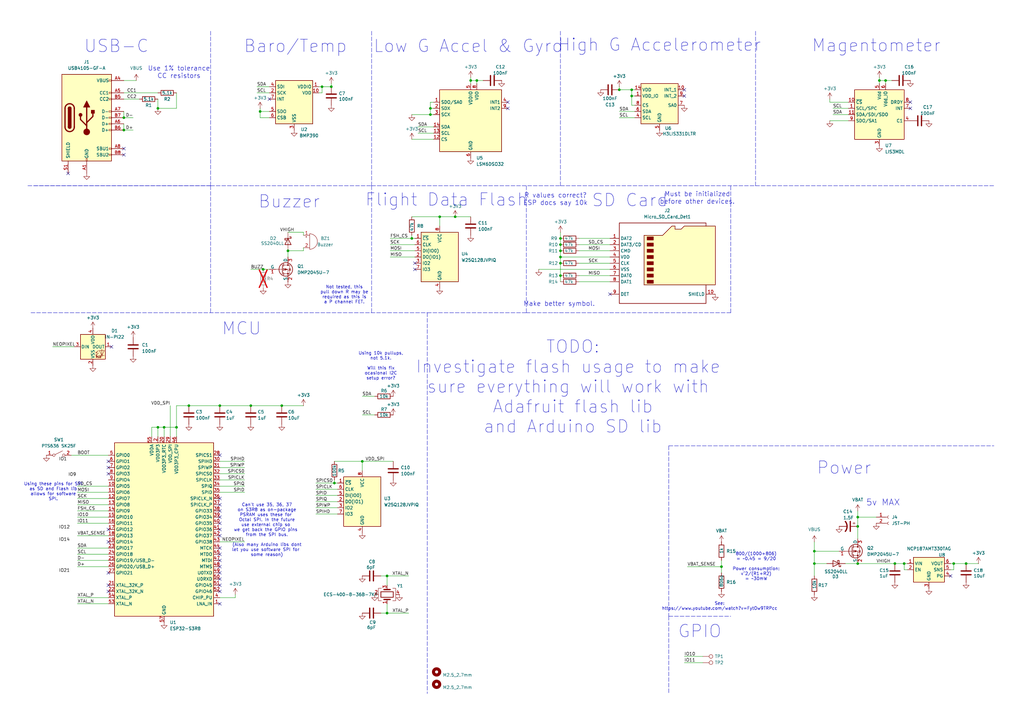
<source format=kicad_sch>
(kicad_sch (version 20231120) (generator "eeschema") (generator_version "8.0")
  (paper "A3")
  (title_block (title "Aerochungus Flight Recorder") (date "2024-10-29") (rev "R1") (company "Chungus Aerospace"))
  (junction (at 254 36.83))
  (junction (at 186.69 88.9))
  (junction (at 106.68 45.72))
  (junction (at 229.87 97.79))
  (junction (at 351.79 212.09))
  (junction (at 64.77 175.26))
  (junction (at 176.53 44.45))
  (junction (at 135.89 35.56))
  (junction (at 295.91 232.41))
  (junction (at 102.87 166.37))
  (junction (at 334.01 231.14))
  (junction (at 229.87 113.03))
  (junction (at 396.24 231.14))
  (junction (at 360.68 33.02))
  (junction (at 107.95 110.49))
  (junction (at 90.17 166.37))
  (junction (at 158.75 251.46))
  (junction (at 72.39 175.26))
  (junction (at 229.87 102.87))
  (junction (at 334.01 226.06))
  (junction (at 259.08 39.37))
  (junction (at 391.16 231.14))
  (junction (at 259.08 36.83))
  (junction (at 229.87 107.95))
  (junction (at 148.59 189.23))
  (junction (at 351.79 231.14))
  (junction (at 363.22 33.02))
  (junction (at 229.87 100.33))
  (junction (at 195.58 33.02))
  (junction (at 64.77 44.45))
  (junction (at 367.03 231.14))
  (junction (at 132.08 35.56))
  (junction (at 67.31 175.26))
  (junction (at 176.53 46.99))
  (junction (at 158.75 236.22))
  (junction (at 50.8 48.26))
  (junction (at 50.8 53.34))
  (junction (at 115.57 166.37))
  (junction (at 137.16 198.12))
  (junction (at 168.91 97.79))
  (junction (at 229.87 105.41))
  (junction (at 351.79 215.9))
  (junction (at 180.34 88.9))
  (junction (at 118.11 102.87))
  (junction (at 193.04 33.02))
  (junction (at 77.47 166.37))
  (junction (at 370.84 231.14))
  (no_connect (at 44.45 242.57))
  (no_connect (at 373.38 44.45))
  (no_connect (at 44.45 191.77))
  (no_connect (at 44.45 194.31))
  (no_connect (at 90.17 224.79))
  (no_connect (at 280.67 39.37))
  (no_connect (at 50.8 60.96))
  (no_connect (at 373.38 41.91))
  (no_connect (at 90.17 207.01))
  (no_connect (at 27.94 71.12))
  (no_connect (at 208.28 44.45))
  (no_connect (at 90.17 237.49))
  (no_connect (at 90.17 217.17))
  (no_connect (at 90.17 227.33))
  (no_connect (at 90.17 212.09))
  (no_connect (at 44.45 234.95))
  (no_connect (at 50.8 63.5))
  (no_connect (at 44.45 189.23))
  (no_connect (at 90.17 209.55))
  (no_connect (at 170.18 110.49))
  (no_connect (at 90.17 229.87))
  (no_connect (at 90.17 240.03))
  (no_connect (at 90.17 214.63))
  (no_connect (at 250.19 120.65))
  (no_connect (at 90.17 234.95))
  (no_connect (at 90.17 186.69))
  (no_connect (at 389.89 236.22))
  (no_connect (at 90.17 204.47))
  (no_connect (at 44.45 222.25))
  (no_connect (at 110.49 40.64))
  (no_connect (at 44.45 240.03))
  (no_connect (at 90.17 242.57))
  (no_connect (at 45.72 142.24))
  (no_connect (at 170.18 107.95))
  (no_connect (at 44.45 217.17))
  (no_connect (at 90.17 219.71))
  (no_connect (at 280.67 36.83))
  (no_connect (at 90.17 247.65))
  (no_connect (at 208.28 41.91))
  (no_connect (at 90.17 232.41))
  (wire (pts (xy 31.75 212.09) (xy 44.45 212.09)))
  (wire (pts (xy 90.17 245.11) (xy 96.52 245.11)))
  (wire (pts (xy 229.87 105.41) (xy 229.87 107.95)))
  (polyline (pts (xy 12.7 128.27) (xy 175.26 128.27)) (stroke (width 0) (type dash)))
  (wire (pts (xy 148.59 170.18) (xy 153.67 170.18)))
  (wire (pts (xy 50.8 50.8) (xy 50.8 53.34)))
  (wire (pts (xy 260.35 36.83) (xy 259.08 36.83)))
  (wire (pts (xy 31.75 247.65) (xy 44.45 247.65)))
  (wire (pts (xy 148.59 189.23) (xy 148.59 193.04)))
  (wire (pts (xy 176.53 46.99) (xy 177.8 46.99)))
  (wire (pts (xy 237.49 102.87) (xy 250.19 102.87)))
  (wire (pts (xy 72.39 166.37) (xy 77.47 166.37)))
  (wire (pts (xy 370.84 231.14) (xy 372.11 231.14)))
  (wire (pts (xy 340.36 41.91) (xy 347.98 41.91)))
  (wire (pts (xy 106.68 44.45) (xy 106.68 45.72)))
  (wire (pts (xy 176.53 44.45) (xy 176.53 46.99)))
  (wire (pts (xy 124.46 95.25) (xy 124.46 96.52)))
  (wire (pts (xy 254 48.26) (xy 260.35 48.26)))
  (wire (pts (xy 372.11 233.68) (xy 370.84 233.68)))
  (wire (pts (xy 135.89 34.29) (xy 135.89 35.56)))
  (wire (pts (xy 260.35 39.37) (xy 259.08 39.37)))
  (wire (pts (xy 391.16 233.68) (xy 391.16 231.14)))
  (wire (pts (xy 156.21 236.22) (xy 158.75 236.22)))
  (polyline (pts (xy 309.88 76.2) (xy 309.88 12.7)) (stroke (width 0) (type dash)))
  (wire (pts (xy 389.89 231.14) (xy 391.16 231.14)))
  (wire (pts (xy 72.39 175.26) (xy 67.31 175.26)))
  (wire (pts (xy 31.75 209.55) (xy 44.45 209.55)))
  (wire (pts (xy 130.81 35.56) (xy 132.08 35.56)))
  (wire (pts (xy 193.04 31.75) (xy 193.04 33.02)))
  (wire (pts (xy 132.08 38.1) (xy 132.08 35.56)))
  (wire (pts (xy 31.75 199.39) (xy 44.45 199.39)))
  (wire (pts (xy 50.8 33.02) (xy 55.88 33.02)))
  (wire (pts (xy 229.87 113.03) (xy 229.87 115.57)))
  (wire (pts (xy 50.8 45.72) (xy 50.8 48.26)))
  (wire (pts (xy 367.03 231.14) (xy 370.84 231.14)))
  (wire (pts (xy 106.68 48.26) (xy 106.68 45.72)))
  (wire (pts (xy 351.79 231.14) (xy 367.03 231.14)))
  (wire (pts (xy 351.79 212.09) (xy 359.41 212.09)))
  (polyline (pts (xy 86.36 76.2) (xy 86.36 12.7)) (stroke (width 0) (type dash)))
  (wire (pts (xy 193.04 33.02) (xy 195.58 33.02)))
  (wire (pts (xy 129.54 208.28) (xy 138.43 208.28)))
  (wire (pts (xy 158.75 251.46) (xy 167.64 251.46)))
  (polyline (pts (xy 11.43 76.2) (xy 86.36 76.2)) (stroke (width 0) (type dash)))
  (wire (pts (xy 229.87 107.95) (xy 229.87 113.03)))
  (wire (pts (xy 340.36 40.64) (xy 340.36 41.91)))
  (wire (pts (xy 90.17 222.25) (xy 100.33 222.25)))
  (wire (pts (xy 334.01 222.25) (xy 334.01 226.06)))
  (wire (pts (xy 281.94 232.41) (xy 295.91 232.41)))
  (wire (pts (xy 389.89 233.68) (xy 391.16 233.68)))
  (wire (pts (xy 180.34 88.9) (xy 186.69 88.9)))
  (wire (pts (xy 186.69 88.9) (xy 193.04 88.9)))
  (wire (pts (xy 72.39 166.37) (xy 72.39 175.26)))
  (wire (pts (xy 90.17 199.39) (xy 100.33 199.39)))
  (wire (pts (xy 176.53 41.91) (xy 176.53 44.45)))
  (wire (pts (xy 237.49 113.03) (xy 250.19 113.03)))
  (wire (pts (xy 124.46 102.87) (xy 124.46 101.6)))
  (polyline (pts (xy 215.9 76.2) (xy 215.9 128.27)) (stroke (width 0) (type dash)))
  (polyline (pts (xy 86.36 76.2) (xy 152.4 76.2)) (stroke (width 0) (type dash)))
  (wire (pts (xy 280.67 271.78) (xy 288.29 271.78)))
  (wire (pts (xy 160.02 97.79) (xy 168.91 97.79)))
  (polyline (pts (xy 274.32 252.73) (xy 274.32 284.48)) (stroke (width 0) (type dash)))
  (wire (pts (xy 21.59 142.24) (xy 30.48 142.24)))
  (polyline (pts (xy 229.87 76.2) (xy 229.87 12.7)) (stroke (width 0) (type dash)))
  (wire (pts (xy 259.08 39.37) (xy 259.08 36.83)))
  (wire (pts (xy 229.87 95.25) (xy 229.87 97.79)))
  (wire (pts (xy 346.71 231.14) (xy 351.79 231.14)))
  (wire (pts (xy 31.75 207.01) (xy 44.45 207.01)))
  (wire (pts (xy 67.31 179.07) (xy 67.31 175.26)))
  (wire (pts (xy 295.91 229.87) (xy 295.91 232.41)))
  (polyline (pts (xy 274.32 182.88) (xy 274.32 252.73)) (stroke (width 0) (type dash)))
  (wire (pts (xy 254 35.56) (xy 254 36.83)))
  (wire (pts (xy 160.02 100.33) (xy 170.18 100.33)))
  (polyline (pts (xy 229.87 76.2) (xy 309.88 76.2)) (stroke (width 0) (type dash)))
  (wire (pts (xy 171.45 52.07) (xy 177.8 52.07)))
  (wire (pts (xy 105.41 38.1) (xy 110.49 38.1)))
  (wire (pts (xy 50.8 40.64) (xy 57.15 40.64)))
  (wire (pts (xy 115.57 166.37) (xy 124.46 166.37)))
  (wire (pts (xy 107.95 110.49) (xy 110.49 110.49)))
  (wire (pts (xy 195.58 33.02) (xy 195.58 34.29)))
  (wire (pts (xy 158.75 236.22) (xy 167.64 236.22)))
  (wire (pts (xy 334.01 226.06) (xy 334.01 231.14)))
  (wire (pts (xy 168.91 57.15) (xy 177.8 57.15)))
  (polyline (pts (xy 175.26 128.27) (xy 175.26 284.48)) (stroke (width 0) (type dash)))
  (wire (pts (xy 31.75 245.11) (xy 44.45 245.11)))
  (wire (pts (xy 72.39 179.07) (xy 72.39 175.26)))
  (polyline (pts (xy 299.72 128.27) (xy 215.9 128.27)) (stroke (width 0) (type dash)))
  (wire (pts (xy 106.68 45.72) (xy 110.49 45.72)))
  (wire (pts (xy 64.77 40.64) (xy 64.77 44.45)))
  (wire (pts (xy 171.45 54.61) (xy 177.8 54.61)))
  (wire (pts (xy 129.54 210.82) (xy 138.43 210.82)))
  (wire (pts (xy 137.16 189.23) (xy 148.59 189.23)))
  (polyline (pts (xy 299.72 128.27) (xy 299.72 76.2)) (stroke (width 0) (type dash)))
  (wire (pts (xy 129.54 200.66) (xy 138.43 200.66)))
  (wire (pts (xy 148.59 189.23) (xy 161.29 189.23)))
  (polyline (pts (xy 152.4 76.2) (xy 152.4 12.7)) (stroke (width 0) (type dash)))
  (wire (pts (xy 110.49 48.26) (xy 106.68 48.26)))
  (wire (pts (xy 229.87 100.33) (xy 229.87 102.87)))
  (wire (pts (xy 237.49 100.33) (xy 250.19 100.33)))
  (wire (pts (xy 118.11 102.87) (xy 118.11 105.41)))
  (wire (pts (xy 360.68 33.02) (xy 363.22 33.02)))
  (wire (pts (xy 351.79 209.55) (xy 351.79 212.09)))
  (wire (pts (xy 360.68 33.02) (xy 360.68 34.29)))
  (polyline (pts (xy 152.4 76.2) (xy 152.4 128.27)) (stroke (width 0) (type dash)))
  (wire (pts (xy 168.91 96.52) (xy 168.91 97.79)))
  (wire (pts (xy 259.08 36.83) (xy 254 36.83)))
  (wire (pts (xy 168.91 88.9) (xy 180.34 88.9)))
  (wire (pts (xy 280.67 269.24) (xy 288.29 269.24)))
  (wire (pts (xy 90.17 196.85) (xy 100.33 196.85)))
  (polyline (pts (xy 152.4 76.2) (xy 229.87 76.2)) (stroke (width 0) (type dash)))
  (wire (pts (xy 137.16 196.85) (xy 137.16 198.12)))
  (wire (pts (xy 180.34 92.71) (xy 180.34 88.9)))
  (wire (pts (xy 156.21 251.46) (xy 158.75 251.46)))
  (wire (pts (xy 259.08 43.18) (xy 259.08 39.37)))
  (wire (pts (xy 176.53 46.99) (xy 168.91 46.99)))
  (wire (pts (xy 118.11 95.25) (xy 124.46 95.25)))
  (polyline (pts (xy 13.97 76.2) (xy 86.36 76.2)) (stroke (width 0) (type dash)))
  (wire (pts (xy 31.75 219.71) (xy 44.45 219.71)))
  (wire (pts (xy 254 45.72) (xy 260.35 45.72)))
  (wire (pts (xy 334.01 226.06) (xy 344.17 226.06)))
  (wire (pts (xy 31.75 204.47) (xy 44.45 204.47)))
  (wire (pts (xy 237.49 107.95) (xy 250.19 107.95)))
  (wire (pts (xy 102.87 110.49) (xy 107.95 110.49)))
  (wire (pts (xy 220.98 110.49) (xy 250.19 110.49)))
  (wire (pts (xy 31.75 229.87) (xy 44.45 229.87)))
  (wire (pts (xy 62.23 175.26) (xy 64.77 175.26)))
  (wire (pts (xy 158.75 247.65) (xy 158.75 251.46)))
  (wire (pts (xy 29.21 186.69) (xy 44.45 186.69)))
  (wire (pts (xy 90.17 189.23) (xy 100.33 189.23)))
  (wire (pts (xy 31.75 224.79) (xy 44.45 224.79)))
  (wire (pts (xy 31.75 201.93) (xy 44.45 201.93)))
  (wire (pts (xy 195.58 33.02) (xy 198.12 33.02)))
  (wire (pts (xy 124.46 102.87) (xy 118.11 102.87)))
  (wire (pts (xy 260.35 43.18) (xy 259.08 43.18)))
  (wire (pts (xy 90.17 191.77) (xy 100.33 191.77)))
  (wire (pts (xy 96.52 245.11) (xy 96.52 243.84)))
  (wire (pts (xy 340.36 49.53) (xy 347.98 49.53)))
  (wire (pts (xy 90.17 201.93) (xy 100.33 201.93)))
  (wire (pts (xy 69.85 166.37) (xy 69.85 179.07)))
  (polyline (pts (xy 86.36 76.2) (xy 86.36 128.27)) (stroke (width 0) (type dash)))
  (wire (pts (xy 250.19 97.79) (xy 237.49 97.79)))
  (wire (pts (xy 351.79 215.9) (xy 351.79 220.98)))
  (wire (pts (xy 129.54 203.2) (xy 138.43 203.2)))
  (wire (pts (xy 237.49 115.57) (xy 250.19 115.57)))
  (wire (pts (xy 132.08 35.56) (xy 135.89 35.56)))
  (wire (pts (xy 64.77 44.45) (xy 72.39 44.45)))
  (wire (pts (xy 363.22 33.02) (xy 365.76 33.02)))
  (wire (pts (xy 129.54 198.12) (xy 137.16 198.12)))
  (wire (pts (xy 31.75 232.41) (xy 44.45 232.41)))
  (wire (pts (xy 229.87 97.79) (xy 229.87 100.33)))
  (wire (pts (xy 31.75 227.33) (xy 44.45 227.33)))
  (wire (pts (xy 64.77 175.26) (xy 64.77 179.07)))
  (wire (pts (xy 67.31 175.26) (xy 64.77 175.26)))
  (polyline (pts (xy 309.88 76.2) (xy 407.67 76.2)) (stroke (width 0) (type dash)))
  (wire (pts (xy 90.17 166.37) (xy 102.87 166.37)))
  (polyline (pts (xy 175.26 128.27) (xy 215.9 128.27)) (stroke (width 0) (type dash)))
  (wire (pts (xy 229.87 105.41) (xy 250.19 105.41)))
  (wire (pts (xy 129.54 205.74) (xy 138.43 205.74)))
  (wire (pts (xy 105.41 35.56) (xy 110.49 35.56)))
  (wire (pts (xy 370.84 233.68) (xy 370.84 231.14)))
  (wire (pts (xy 396.24 231.14) (xy 401.32 231.14)))
  (wire (pts (xy 160.02 102.87) (xy 170.18 102.87)))
  (wire (pts (xy 229.87 102.87) (xy 229.87 105.41)))
  (wire (pts (xy 168.91 97.79) (xy 170.18 97.79)))
  (wire (pts (xy 176.53 44.45) (xy 177.8 44.45)))
  (wire (pts (xy 363.22 33.02) (xy 363.22 34.29)))
  (wire (pts (xy 295.91 232.41) (xy 295.91 234.95)))
  (wire (pts (xy 130.81 38.1) (xy 132.08 38.1)))
  (wire (pts (xy 341.63 44.45) (xy 347.98 44.45)))
  (wire (pts (xy 50.8 48.26) (xy 54.61 48.26)))
  (wire (pts (xy 137.16 198.12) (xy 138.43 198.12)))
  (wire (pts (xy 176.53 41.91) (xy 177.8 41.91)))
  (wire (pts (xy 160.02 105.41) (xy 170.18 105.41)))
  (wire (pts (xy 341.63 46.99) (xy 347.98 46.99)))
  (polyline (pts (xy 274.32 182.88) (xy 407.67 182.88)) (stroke (width 0) (type dash)))
  (wire (pts (xy 360.68 31.75) (xy 360.68 33.02)))
  (wire (pts (xy 90.17 194.31) (xy 100.33 194.31)))
  (wire (pts (xy 102.87 166.37) (xy 115.57 166.37)))
  (wire (pts (xy 193.04 33.02) (xy 193.04 34.29)))
  (wire (pts (xy 334.01 231.14) (xy 339.09 231.14)))
  (wire (pts (xy 31.75 214.63) (xy 44.45 214.63)))
  (wire (pts (xy 148.59 162.56) (xy 153.67 162.56)))
  (wire (pts (xy 77.47 166.37) (xy 90.17 166.37)))
  (wire (pts (xy 351.79 212.09) (xy 351.79 215.9)))
  (wire (pts (xy 334.01 231.14) (xy 334.01 236.22)))
  (wire (pts (xy 158.75 236.22) (xy 158.75 240.03)))
  (wire (pts (xy 50.8 53.34) (xy 54.61 53.34)))
  (wire (pts (xy 72.39 38.1) (xy 72.39 44.45)))
  (polyline (pts (xy 274.32 252.73) (xy 299.72 252.73)) (stroke (width 0) (type dash)))
  (wire (pts (xy 50.8 38.1) (xy 64.77 38.1)))
  (wire (pts (xy 62.23 179.07) (xy 62.23 175.26)))
  (wire (pts (xy 391.16 231.14) (xy 396.24 231.14)))
  (text "GPIO" (at 287.02 259.08 0) (effects (font (size 5.08 5.08))))
  (text "Baro/Temp" (at 121.158 19.05 0) (effects (font (size 5.08 5.08))))
  (text "TODO:\nInvestigate flash usage to make \nsure everything will work with \nAdafruit flash lib\nand Arduino SD lib\n" (at 234.95 158.75 0) (effects (font (size 5.08 5.08))))
  (text "Low G Accel & Gyro" (at 192.024 19.05 0) (effects (font (size 5.08 5.08))))
  (text "Use 1% tolerance\nCC resistors" (at 73.406 29.718 0) (effects (font (size 1.905 1.905))))
  (text "800/(1000+806)\n= ~0.45 = 9/20\n\nPower consumption:\nv^2/(R1+R2)\n= ~30mW" (at 310.134 232.41 0) (effects (font (size 1.27 1.27))))
  (text "Flight Data Flash" (at 183.134 82.042 0) (effects (font (size 5.08 5.08))))
  (text "SD Card" (at 258.318 82.296 0) (effects (font (size 5.08 5.08))))
  (text "5v MAX" (at 362.204 206.248 0) (effects (font (size 2.54 2.54))))
  (text "Not tested, this\npull down R may be\nrequired as this is\na P channel FET." (at 141.224 120.904 0) (effects (font (size 1.27 1.27))))
  (text "MCU" (at 99.06 134.874 0) (effects (font (size 5.08 5.08))))
  (text "Power\n" (at 346.202 192.024 0) (effects (font (size 5.08 5.08))))
  (text "Using these pins for SPI\nas SD and Flash lib\nallows for software\nSPI." (at 21.844 201.676 0) (effects (font (size 1.27 1.27))))
  (text "USB-C\n" (at 47.752 19.05 0) (effects (font (size 5.08 5.08))))
  (text "R values correct?\nESP docs say 10k" (at 227.838 81.788 0) (effects (font (size 1.905 1.905))))
  (text "See:\nhttps://www.youtube.com/watch?v=FytOw9TRPcc" (at 295.148 248.666 0) (effects (font (size 1.27 1.27))))
  (text "Make better symbol." (at 229.362 124.714 0) (effects (font (size 1.905 1.905))))
  (text "Must be initialized\nbefore other devices." (at 286.004 81.28 0) (effects (font (size 1.905 1.905))))
  (text "High G Accelerometer\n" (at 270.51 18.542 0) (effects (font (size 5.08 5.08))))
  (text "Using 10k pullups,\nnot 5.1k.\n\nWill this fix\nocasional I2C\nsetup error?" (at 156.21 150.114 0) (effects (font (size 1.27 1.27))))
  (text "Magentometer" (at 359.41 18.796 0) (effects (font (size 5.08 5.08))))
  (text "Can't use 35, 36, 37\non S3R8 as on-package\nPSRAM uses these for \nOctal SPI. In the future\nuse external chip so \nwe get back the GPIO pins \nfrom the SPI bus.\n\n(Also many Arduino libs dont\nlet you use software SPI for \nsome reason)" (at 109.474 217.424 0) (effects (font (size 1.27 1.27))))
  (text "Buzzer\n" (at 118.618 82.804 0) (effects (font (size 5.08 5.08))))
  (label "SPIWP" (at 129.54 208.28 0))
  (label "IO14" (at 24.13 222.25 0))
  (label "SCK" (at 160.02 100.33 0))
  (label "IO10" (at 280.67 269.24 0))
  (label "IO1" (at 24.13 189.23 0))
  (label "SD_CS" (at 241.3 100.33 0))
  (label "D+" (at 54.61 53.34 180))
  (label "SDA" (at 254 45.72 0))
  (label "VHIGH" (at 359.41 231.14 0))
  (label "FSH_CS" (at 160.02 97.79 0))
  (label "SPID" (at 129.54 203.2 0))
  (label "SCL" (at 254 48.26 0))
  (label "SPID" (at 100.33 201.93 180))
  (label "SDA" (at 341.63 46.99 0))
  (label "D+" (at 31.75 232.41 0))
  (label "VDD_SPI" (at 69.85 166.37 180))
  (label "XTAL_N" (at 31.75 247.65 0))
  (label "IO12" (at 24.13 217.17 0))
  (label "IO21" (at 24.13 234.95 0))
  (label "NEOPIXEL" (at 21.59 142.24 0))
  (label "SPIQ" (at 100.33 199.39 180))
  (label "SDA" (at 31.75 224.79 0))
  (label "VBAT_SENSE" (at 31.75 219.71 0))
  (label "SDA" (at 105.41 35.56 0))
  (label "XTAL_P" (at 31.75 245.11 0))
  (label "SPICLK" (at 129.54 200.66 0))
  (label "SPICLK" (at 100.33 196.85 180))
  (label "MISO" (at 160.02 105.41 0))
  (label "XTAL_P" (at 167.64 251.46 180))
  (label "IO10" (at 31.75 212.09 0))
  (label "SDA" (at 171.45 52.07 0))
  (label "IO9" (at 27.94 195.58 0))
  (label "MISO" (at 31.75 207.01 0))
  (label "SPIWP" (at 100.33 191.77 180))
  (label "SCL" (at 171.45 54.61 0))
  (label "VBAT_SENSE" (at 281.94 232.41 0))
  (label "MOSI" (at 31.75 201.93 0))
  (label "NEOPIXEL" (at 100.33 222.25 180))
  (label "VHIGH" (at 120.65 95.25 180))
  (label "SPIHD" (at 100.33 189.23 180))
  (label "IO11" (at 280.67 271.78 0))
  (label "SCL" (at 105.41 38.1 0))
  (label "SCL" (at 31.75 227.33 0))
  (label "SCK" (at 31.75 204.47 0))
  (label "MOSI" (at 241.3 102.87 0))
  (label "SPIHD" (at 129.54 210.82 0))
  (label "SCL" (at 341.63 44.45 0))
  (label "D-" (at 54.61 48.26 180))
  (label "SPIQ" (at 129.54 205.74 0))
  (label "MOSI" (at 160.02 102.87 0))
  (label "D-" (at 31.75 229.87 0))
  (label "BUZZ" (at 102.87 110.49 0))
  (label "CC2" (at 52.07 40.64 0))
  (label "IO11" (at 31.75 214.63 0))
  (label "CC1" (at 52.07 38.1 0))
  (label "MISO" (at 241.3 113.03 0))
  (label "SPICS0" (at 129.54 198.12 0))
  (label "SCL" (at 148.59 170.18 0))
  (label "SDA" (at 148.59 162.56 0))
  (label "SCK" (at 241.3 107.95 0))
  (label "FSH_CS" (at 31.75 209.55 0))
  (label "VDD_SPI" (at 149.86 189.23 0))
  (label "SPICS0" (at 100.33 194.31 180))
  (label "BOOT" (at 31.75 186.69 0))
  (label "SD_CS" (at 31.75 199.39 0))
  (label "XTAL_N" (at 167.64 236.22 180))
  (symbol (lib_id "power:+3V3") (at 401.32 231.14 0) (unit 1)
    (property "Reference" "#PWR065" (effects (hide yes)))
    (property "Value" "+3V3" (at 401.32 226.822 0))
    (property "Description" "Power symbol creates a global label with name \"+3V3\"" (effects (hide yes)))
  )
  (symbol (lib_id "power:GND") (at 148.59 236.22 0) (unit 1)
    (property "Reference" "#PWR025" (effects (hide yes)))
    (property "Value" "GND" (effects (hide yes)))
    (property "Description" "Power symbol creates a global label with name \"GND\" , ground" (effects (hide yes)))
  )
  (symbol (lib_id "Mechanical:MountingHole") (at 179.07 280.67 0) (unit 1) (in_bom no)
    (property "Reference" "H2" (effects (hide yes)))
    (property "Value" "M2.5_2.7mm" (at 181.61 281.94 0) (effects (justify left)))
    (property "Footprint" "besser_footprints:M2.5_2.7mm_hole" (effects (hide yes)))
    (property "Description" "Mounting Hole without connection" (effects (hide yes)))
  )
  (symbol (lib_id "power:GND") (at 19.05 186.69 0) (mirror y) (unit 1)
    (property "Reference" "#PWR01" (effects (hide yes)))
    (property "Value" "GND" (effects (hide yes)))
    (property "Description" "Power symbol creates a global label with name \"GND\" , ground" (effects (hide yes)))
  )
  (symbol (lib_id "power:GND") (at 120.65 53.34 0) (unit 1)
    (property "Reference" "#PWR020" (effects (hide yes)))
    (property "Value" "GND" (effects (hide yes)))
    (property "Description" "Power symbol creates a global label with name \"GND\" , ground" (effects (hide yes)))
  )
  (symbol (lib_id "power:GND") (at 359.41 214.63 0) (unit 1)
    (property "Reference" "#PWR057" (effects (hide yes)))
    (property "Value" "GND" (effects (hide yes)))
    (property "Description" "Power symbol creates a global label with name \"GND\" , ground" (effects (hide yes)))
  )
  (symbol (lib_id "besserLib:NCP187") (at 381 233.68 0) (unit 1)
    (property "Reference" "U8" (at 386.334 227.584 0))
    (property "Value" "NCP187AMT330TAG" (at 381 225.044 0))
    (property "Footprint" "besser_footprints:6-WDFN_2x2mm_EP" (effects (hide yes)))
    (property "Datasheet" "https://www.digikey.com/en/products/detail/onsemi/NCP187AMT330TAG/10273441" (effects (hide yes)))
    (property "Description" "LDO" (effects (hide yes)))
  )
  (symbol (lib_id "power:+3V3") (at 254 35.56 0) (unit 1)
    (property "Reference" "#PWR043" (effects (hide yes)))
    (property "Value" "+3V3" (at 254 31.242 0))
    (property "Description" "Power symbol creates a global label with name \"+3V3\"" (effects (hide yes)))
  )
  (symbol (lib_id "Connector:TestPoint") (at 288.29 269.24 270) (unit 1)
    (property "Reference" "TP1" (at 293.116 269.24 90) (effects (justify left)))
    (property "Value" "TestPoint" (effects (hide yes)))
    (property "Footprint" "TestPoint:TestPoint_Pad_D1.5mm" (effects (hide yes)))
    (property "Description" "test point" (effects (hide yes)))
  )
  (symbol (lib_id "power:GND") (at 64.77 44.45 0) (unit 1)
    (property "Reference" "#PWR010" (effects (hide yes)))
    (property "Value" "GND" (effects (hide yes)))
    (property "Description" "Power symbol creates a global label with name \"GND\" , ground" (effects (hide yes)))
  )
  (symbol (lib_id "Device:R") (at 233.68 100.33 90) (unit 1)
    (property "Reference" "R10" (at 228.854 100.33 90) (effects (justify left)))
    (property "Value" "47k" (at 235.204 100.33 90) (effects (justify left)))
    (property "Footprint" "Capacitor_SMD:C_0603_1608Metric" (effects (hide yes)))
    (property "Description" "Resistor" (effects (hide yes)))
  )
  (symbol (lib_id "Device:R") (at 233.68 102.87 90) (unit 1)
    (property "Reference" "R11" (at 228.854 102.87 90) (effects (justify left)))
    (property "Value" "47k" (at 235.204 102.87 90) (effects (justify left)))
    (property "Footprint" "Capacitor_SMD:C_0603_1608Metric" (effects (hide yes)))
    (property "Description" "Resistor" (effects (hide yes)))
  )
  (symbol (lib_id "power:+3V3") (at 193.04 31.75 0) (unit 1)
    (property "Reference" "#PWR036" (effects (hide yes)))
    (property "Value" "+3V3" (at 193.04 27.432 0))
    (property "Description" "Power symbol creates a global label with name \"+3V3\"" (effects (hide yes)))
  )
  (symbol (lib_id "Sensor_Magnetic:LIS3MDL") (at 360.68 46.99 0) (unit 1)
    (property "Reference" "U7" (at 363.0034 59.69 0) (effects (justify left)))
    (property "Value" "LIS3MDL" (at 363.0034 62.23 0) (effects (justify left)))
    (property "Footprint" "Package_LGA:LGA-12_2x2mm_P0.5mm" (effects (hide yes)))
    (property "Datasheet" "https://www.st.com/resource/en/datasheet/lis3mdl.pdf" (effects (hide yes)))
    (property "Description" "Ultra-low-power, 3-axis digital output magnetometer, LGA-12" (effects (hide yes)))
  )
  (symbol (lib_id "Device:R") (at 334.01 240.03 0) (unit 1)
    (property "Reference" "R17" (at 335.534 240.03 0) (effects (justify left)))
    (property "Value" "10k" (at 334.01 241.554 90) (effects (justify left)))
    (property "Footprint" "Capacitor_SMD:C_0603_1608Metric" (effects (hide yes)))
    (property "Description" "Resistor" (effects (hide yes)))
  )
  (symbol (lib_id "Connector:Micro_SD_Card_Det1") (at 273.05 107.95 0) (unit 1)
    (property "Reference" "J2" (at 273.685 86.36 0))
    (property "Value" "Micro_SD_Card_Det1" (at 273.685 88.9 0))
    (property "Footprint" "besser_footprints:GCT_MEM2061-01-188-00-A_REVA" (effects (hide yes)))
    (property "Datasheet" "https://www.digikey.com/en/products/detail/gct/MEM2061-01-188-00-A/9859612" (effects (hide yes)))
    (property "Description" "Micro SD Card Socket with one card detection pin" (effects (hide yes)))
  )
  (symbol (lib_id "Connector:Conn_01x02_Socket") (at 364.49 212.09 0) (unit 1)
    (property "Reference" "J4" (at 365.76 212.09 0) (effects (justify left)))
    (property "Value" "JST-PH" (at 365.76 214.63 0) (effects (justify left)))
    (property "Footprint" "Connector_JST:JST_PH_S2B-PH-SM4-TB_1x02-1MP_P2.00mm_Horizontal" (effects (hide yes)))
    (property "Description" "Generic connector, single row, 01x02, script generated" (effects (hide yes)))
  )
  (symbol (lib_id "Diode:NSR0340HT1G") (at 118.11 99.06 270) (unit 1)
    (property "Reference" "D2" (at 112.014 97.79 90))
    (property "Value" "SS2040LL" (at 111.76 99.822 90))
    (property "Footprint" "Diode_SMD:D_SOD-123" (effects (hide yes)))
    (property "Datasheet" "https://www.digikey.com/en/products/detail/panjit-international-inc/SS2040LL-R1-00001/14660534" (effects (hide yes)))
  )
  (symbol (lib_id "Device:C") (at 115.57 170.18 0) (unit 1)
    (property "Reference" "C6" (at 118.11 168.91 0) (effects (justify left)))
    (property "Value" "10uF" (at 118.11 171.45 0) (effects (justify left)))
    (property "Footprint" "Capacitor_SMD:C_0603_1608Metric" (effects (hide yes)))
    (property "Description" "Unpolarized capacitor" (effects (hide yes)))
  )
  (symbol (lib_id "power:+5V") (at 295.91 222.25 0) (unit 1)
    (property "Reference" "#PWR049" (effects (hide yes)))
    (property "Value" "VBAT" (at 295.91 217.678 0))
    (property "Description" "Power symbol creates a global label with name \"+5V\"" (effects (hide yes)))
  )
  (symbol (lib_id "Device:C") (at 102.87 170.18 0) (unit 1)
    (property "Reference" "C5" (at 105.664 168.91 0) (effects (justify left)))
    (property "Value" "1uF" (at 105.664 171.45 0) (effects (justify left)))
    (property "Footprint" "Capacitor_SMD:C_0603_1608Metric" (effects (hide yes)))
    (property "Description" "Unpolarized capacitor" (effects (hide yes)))
  )
  (symbol (lib_id "power:GND") (at 367.03 238.76 0) (unit 1)
    (property "Reference" "#PWR060" (effects (hide yes)))
    (property "Value" "GND" (effects (hide yes)))
    (property "Description" "Power symbol creates a global label with name \"GND\" , ground" (effects (hide yes)))
  )
  (symbol (lib_id "power:+3V3") (at 340.36 40.64 0) (unit 1)
    (property "Reference" "#PWR053" (effects (hide yes)))
    (property "Value" "+3V3" (at 340.36 36.322 0))
    (property "Description" "Power symbol creates a global label with name \"+3V3\"" (effects (hide yes)))
  )
  (symbol (lib_id "Device:Crystal_GND24") (at 158.75 243.84 90) (unit 1)
    (property "Reference" "Y1" (at 164.084 240.284 90))
    (property "Value" "ECS-400-8-36B-7KY" (at 143.764 243.84 90))
    (property "Footprint" "Crystal:Crystal_SMD_EuroQuartz_X22-4Pin_2.5x2.0mm" (effects (hide yes)))
    (property "Datasheet" "https://www.digikey.com/en/products/detail/ecs-inc/ECS-400-8-36B-7KY-TR/13532125" (effects (hide yes)))
    (property "Description" "Four pin crystal, GND on pins 2 and 4" (effects (hide yes)))
  )
  (symbol (lib_id "MCU_Espressif:ESP32-S3") (at 67.31 217.17 0) (unit 1)
    (property "Reference" "U1" (at 69.6334 255.27 0) (effects (justify left)))
    (property "Value" "ESP32-S3R8" (at 69.6334 257.81 0) (effects (justify left)))
    (property "Footprint" "Package_DFN_QFN:QFN-56-1EP_7x7mm_P0.4mm_EP4x4mm" (effects (hide yes)))
    (property "Datasheet" "https://www.digikey.com/en/products/detail/espressif-systems/ESP32-S3R8/15822451" (effects (hide yes)))
    (property "Description" "Microcontroller, Wi-Fi 802.11b/g/n, Bluetooth, 32bit" (effects (hide yes)))
  )
  (symbol (lib_id "power:GND") (at 270.51 53.34 0) (unit 1)
    (property "Reference" "#PWR045" (effects (hide yes)))
    (property "Value" "GND" (effects (hide yes)))
    (property "Description" "Power symbol creates a global label with name \"GND\" , ground" (effects (hide yes)))
  )
  (symbol (lib_id "Connector:TestPoint") (at 288.29 271.78 270) (unit 1)
    (property "Reference" "TP2" (at 293.116 271.78 90) (effects (justify left)))
    (property "Value" "TestPoint" (effects (hide yes)))
    (property "Footprint" "TestPoint:TestPoint_Pad_D1.5mm" (effects (hide yes)))
    (property "Description" "test point" (effects (hide yes)))
  )
  (symbol (lib_id "Device:R") (at 60.96 40.64 90) (unit 1)
    (property "Reference" "R1" (at 60.96 43.18 90))
    (property "Value" "5.1k" (at 60.96 40.64 90))
    (property "Footprint" "Capacitor_SMD:C_0603_1608Metric" (effects (hide yes)))
    (property "Description" "Resistor" (effects (hide yes)))
  )
  (symbol (lib_id "power:GND") (at 148.59 218.44 0) (unit 1)
    (property "Reference" "#PWR024" (effects (hide yes)))
    (property "Value" "GND" (effects (hide yes)))
    (property "Description" "Power symbol creates a global label with name \"GND\" , ground" (effects (hide yes)))
  )
  (symbol (lib_id "Device:C") (at 152.4 236.22 90) (unit 1)
    (property "Reference" "C8" (at 153.924 230.378 90) (effects (justify left)))
    (property "Value" "6pF" (at 153.924 232.664 90) (effects (justify left)))
    (property "Footprint" "Capacitor_SMD:C_0402_1005Metric" (effects (hide yes)))
    (property "Description" "Unpolarized capacitor" (effects (hide yes)))
  )
  (symbol (lib_id "power:GND") (at 396.24 238.76 0) (unit 1)
    (property "Reference" "#PWR064" (effects (hide yes)))
    (property "Value" "GND" (effects (hide yes)))
    (property "Description" "Power symbol creates a global label with name \"GND\" , ground" (effects (hide yes)))
  )
  (symbol (lib_id "Device:C") (at 152.4 251.46 270) (unit 1)
    (property "Reference" "C9" (at 154.178 255.27 90) (effects (justify right)))
    (property "Value" "6pF" (at 154.178 257.302 90) (effects (justify right)))
    (property "Footprint" "Capacitor_SMD:C_0402_1005Metric" (effects (hide yes)))
    (property "Description" "Unpolarized capacitor" (effects (hide yes)))
  )
  (symbol (lib_id "power:GND") (at 180.34 118.11 0) (unit 1)
    (property "Reference" "#PWR034" (effects (hide yes)))
    (property "Value" "GND" (effects (hide yes)))
    (property "Description" "Power symbol creates a global label with name \"GND\" , ground" (effects (hide yes)))
  )
  (symbol (lib_id "power:GND") (at 334.01 243.84 0) (unit 1)
    (property "Reference" "#PWR052" (effects (hide yes)))
    (property "Value" "GND" (effects (hide yes)))
    (property "Description" "Power symbol creates a global label with name \"GND\" , ground" (effects (hide yes)))
  )
  (symbol (lib_id "power:+3V3") (at 168.91 57.15 0) (unit 1)
    (property "Reference" "#PWR033" (effects (hide yes)))
    (property "Value" "+3V3" (at 168.91 52.832 0))
    (property "Description" "Power symbol creates a global label with name \"+3V3\"" (effects (hide yes)))
  )
  (symbol (lib_id "power:+5V") (at 334.01 222.25 0) (unit 1)
    (property "Reference" "#PWR051" (effects (hide yes)))
    (property "Value" "VBUS" (at 334.01 217.17 0))
    (property "Description" "Power symbol creates a global label with name \"+5V\"" (effects (hide yes)))
  )
  (symbol (lib_id "Device:R") (at 295.91 226.06 180) (unit 1)
    (property "Reference" "R15" (at 297.942 226.06 0) (effects (justify right)))
    (property "Value" "1k" (at 295.91 227.076 90) (effects (justify right)))
    (property "Footprint" "Capacitor_SMD:C_0603_1608Metric" (effects (hide yes)))
    (property "Description" "Resistor" (effects (hide yes)))
  )
  (symbol (lib_id "power:GND") (at 373.38 33.02 0) (unit 1)
    (property "Reference" "#PWR061" (effects (hide yes)))
    (property "Value" "GND" (effects (hide yes)))
    (property "Description" "Power symbol creates a global label with name \"GND\" , ground" (effects (hide yes)))
  )
  (symbol (lib_id "power:GND") (at 67.31 255.27 0) (unit 1)
    (property "Reference" "#PWR011" (effects (hide yes)))
    (property "Value" "GND" (effects (hide yes)))
    (property "Description" "Power symbol creates a global label with name \"GND\" , ground" (effects (hide yes)))
  )
  (symbol (lib_id "Device:C_Polarized_US") (at 347.98 215.9 270) (unit 1)
    (property "Reference" "C14" (at 347.726 209.804 90))
    (property "Value" "1.5F" (at 347.98 212.344 90))
    (property "Footprint" "besser_footprints:CP_Radial_D16.5mm_P12mm" (effects (hide yes)))
    (property "Description" "Polarized capacitor, US symbol" (effects (hide yes)))
  )
  (symbol (lib_id "Connector:USB_C_Receptacle_USB2.0_16P") (at 35.56 48.26 0) (unit 1)
    (property "Reference" "J1" (at 35.56 25.4 0))
    (property "Value" "USB4105-GF-A" (at 35.56 27.94 0))
    (property "Footprint" "Connector_USB:USB_C_Receptacle_GCT_USB4105-xx-A_16P_TopMnt_Horizontal" (effects (hide yes)))
    (property "Datasheet" "https://www.digikey.com/en/products/detail/gct/USB4105-GF-A/11198441" (effects (hide yes)))
    (property "Description" "USB 2.0-only 16P Type-C Receptacle connector" (effects (hide yes)))
  )
  (symbol (lib_id "Device:C") (at 201.93 33.02 90) (unit 1)
    (property "Reference" "C12" (at 205.232 27.432 90))
    (property "Value" "100nF" (at 205.232 29.972 90))
    (property "Footprint" "Capacitor_SMD:C_0603_1608Metric" (effects (hide yes)))
    (property "Description" "Unpolarized capacitor" (effects (hide yes)))
  )
  (symbol (lib_id "Device:Buzzer") (at 127 99.06 0) (unit 1)
    (property "Reference" "BZ1" (at 135.382 97.79 0) (effects (justify right)))
    (property "Value" "Buzzer" (at 136.652 100.33 0) (effects (justify right)))
    (property "Footprint" "besser_footprints:CMT-9504-87-SMT_BUZZER" (effects (hide yes)))
    (property "Description" "Buzzer, polarized" (effects (hide yes)))
  )
  (symbol (lib_id "power:+3V3") (at 360.68 31.75 0) (unit 1)
    (property "Reference" "#PWR058" (effects (hide yes)))
    (property "Value" "+3V3" (at 360.68 27.432 0))
    (property "Description" "Power symbol creates a global label with name \"+3V3\"" (effects (hide yes)))
  )
  (symbol (lib_id "Device:C") (at 193.04 92.71 0) (unit 1)
    (property "Reference" "C11" (at 196.088 91.44 0) (effects (justify left)))
    (property "Value" "100nF" (at 196.088 93.98 0) (effects (justify left)))
    (property "Footprint" "Capacitor_SMD:C_0603_1608Metric" (effects (hide yes)))
    (property "Description" "Unpolarized capacitor" (effects (hide yes)))
  )
  (symbol (lib_id "power:GND") (at 295.91 242.57 0) (unit 1)
    (property "Reference" "#PWR050" (effects (hide yes)))
    (property "Value" "GND" (effects (hide yes)))
    (property "Description" "Power symbol creates a global label with name \"GND\" , ground" (effects (hide yes)))
  )
  (symbol (lib_id "power:GND") (at 135.89 43.18 0) (unit 1)
    (property "Reference" "#PWR023" (effects (hide yes)))
    (property "Value" "GND" (effects (hide yes)))
    (property "Description" "Power symbol creates a global label with name \"GND\" , ground" (effects (hide yes)))
  )
  (symbol (lib_id "Diode:NSR0340HT1G") (at 342.9 231.14 180) (unit 1)
    (property "Reference" "D3" (at 342.646 236.474 0))
    (property "Value" "SS2040LL" (at 342.9 234.442 0))
    (property "Footprint" "Diode_SMD:D_SOD-123" (effects (hide yes)))
    (property "Datasheet" "https://www.digikey.com/en/products/detail/panjit-international-inc/SS2040LL-R1-00001/14660534" (effects (hide yes)))
  )
  (symbol (lib_id "Device:C") (at 54.61 142.24 0) (unit 1)
    (property "Reference" "C1" (at 58.166 141.478 0) (effects (justify left)))
    (property "Value" "100nF" (at 58.166 144.018 0) (effects (justify left)))
    (property "Footprint" "Capacitor_SMD:C_0603_1608Metric" (effects (hide yes)))
    (property "Description" "Unpolarized capacitor" (effects (hide yes)))
  )
  (symbol (lib_id "Simulation_SPICE:PMOS") (at 349.25 226.06 0) (unit 1)
    (property "Reference" "Q2" (at 355.6 224.79 0) (effects (justify left)))
    (property "Value" "DMP2045U-7" (at 355.6 227.33 0) (effects (justify left)))
    (property "Footprint" "Package_TO_SOT_SMD:SOT-23-3" (effects (hide yes)))
    (property "Datasheet" "https://www.digikey.com/en/products/detail/diodes-incorporated/DMP2045U-7/8275356" (effects (hide yes)))
    (property "Description" "P-MOSFET transistor, drain/source/gate" (effects (hide yes)))
    (property "Sim.Device" "PMOS" (effects (hide yes)))
    (property "Sim.Type" "VDMOS" (effects (hide yes)))
    (property "Sim.Pins" "1=G 2=S 3=D" (effects (hide yes)))
  )
  (symbol (lib_id "Simulation_SPICE:PMOS") (at 115.57 110.49 0) (unit 1)
    (property "Reference" "Q1" (at 121.92 109.22 0) (effects (justify left)))
    (property "Value" "DMP2045U-7" (at 121.92 111.76 0) (effects (justify left)))
    (property "Footprint" "Package_TO_SOT_SMD:SOT-23-3" (effects (hide yes)))
    (property "Datasheet" "https://www.digikey.com/en/products/detail/diodes-incorporated/DMP2045U-7/8275356" (effects (hide yes)))
    (property "Description" "P-MOSFET transistor, drain/source/gate" (effects (hide yes)))
    (property "Sim.Device" "PMOS" (effects (hide yes)))
    (property "Sim.Type" "VDMOS" (effects (hide yes)))
    (property "Sim.Pins" "1=G 2=S 3=D" (effects (hide yes)))
  )
  (symbol (lib_id "power:GND") (at 360.68 59.69 0) (unit 1)
    (property "Reference" "#PWR059" (effects (hide yes)))
    (property "Value" "GND" (effects (hide yes)))
    (property "Description" "Power symbol creates a global label with name \"GND\" , ground" (effects (hide yes)))
  )
  (symbol (lib_id "power:+3V3") (at 186.69 88.9 0) (unit 1)
    (property "Reference" "#PWR035" (effects (hide yes)))
    (property "Value" "+3V3" (at 186.69 84.582 0))
    (property "Description" "Power symbol creates a global label with name \"+3V3\"" (effects (hide yes)))
  )
  (symbol (lib_id "power:GND") (at 193.04 64.77 0) (unit 1)
    (property "Reference" "#PWR037" (effects (hide yes)))
    (property "Value" "GND" (effects (hide yes)))
    (property "Description" "Power symbol creates a global label with name \"GND\" , ground" (effects (hide yes)))
  )
  (symbol (lib_id "power:+3V3") (at 124.46 166.37 0) (unit 1)
    (property "Reference" "#PWR021" (effects (hide yes)))
    (property "Value" "+3V3" (at 124.46 162.052 0))
    (property "Description" "Power symbol creates a global label with name \"+3V3\"" (effects (hide yes)))
  )
  (symbol (lib_id "power:GND") (at 102.87 173.99 0) (unit 1)
    (property "Reference" "#PWR015" (effects (hide yes)))
    (property "Value" "GND" (effects (hide yes)))
    (property "Description" "Power symbol creates a global label with name \"GND\" , ground" (effects (hide yes)))
  )
  (symbol (lib_id "power:GND") (at 344.17 215.9 0) (unit 1)
    (property "Reference" "#PWR055" (effects (hide yes)))
    (property "Value" "GND" (effects (hide yes)))
    (property "Description" "Power symbol creates a global label with name \"GND\" , ground" (effects (hide yes)))
  )
  (symbol (lib_id "Device:C") (at 161.29 193.04 0) (unit 1)
    (property "Reference" "C10" (at 164.338 191.77 0) (effects (justify left)))
    (property "Value" "100nF" (at 164.338 194.31 0) (effects (justify left)))
    (property "Footprint" "Capacitor_SMD:C_0603_1608Metric" (effects (hide yes)))
    (property "Description" "Unpolarized capacitor" (effects (hide yes)))
  )
  (symbol (lib_id "besserLib:BMP390") (at 120.65 41.91 0) (unit 1)
    (property "Reference" "U2" (at 124.714 53.086 0))
    (property "Value" "BMP390" (at 126.746 55.626 0))
    (property "Footprint" "besser_footprints:10-WFLGA" (effects (hide yes)))
    (property "Datasheet" "https://www.digikey.com/en/products/detail/bosch-sensortec/BMP390/16164575" (effects (hide yes)))
  )
  (symbol (lib_id "power:GND") (at 193.04 96.52 0) (unit 1)
    (property "Reference" "#PWR038" (effects (hide yes)))
    (property "Value" "GND" (effects (hide yes)))
    (property "Description" "Power symbol creates a global label with name \"GND\" , ground" (effects (hide yes)))
  )
  (symbol (lib_id "power:GND") (at 153.67 243.84 0) (unit 1)
    (property "Reference" "#PWR027" (effects (hide yes)))
    (property "Value" "GND" (effects (hide yes)))
    (property "Description" "Power symbol creates a global label with name \"GND\" , ground" (effects (hide yes)))
  )
  (symbol (lib_id "power:GND") (at 90.17 173.99 0) (unit 1)
    (property "Reference" "#PWR014" (effects (hide yes)))
    (property "Value" "GND" (effects (hide yes)))
    (property "Description" "Power symbol creates a global label with name \"GND\" , ground" (effects (hide yes)))
  )
  (symbol (lib_id "Device:R") (at 233.68 107.95 90) (unit 1)
    (property "Reference" "R12" (at 228.854 107.95 90) (effects (justify left)))
    (property "Value" "47k" (at 235.204 107.95 90) (effects (justify left)))
    (property "Footprint" "Capacitor_SMD:C_0603_1608Metric" (effects (hide yes)))
    (property "Description" "Resistor" (effects (hide yes)))
  )
  (symbol (lib_id "Device:C") (at 367.03 234.95 180) (unit 1)
    (property "Reference" "C15" (at 360.68 233.934 0) (effects (justify right)))
    (property "Value" "1uF" (at 360.68 236.22 0) (effects (justify right)))
    (property "Footprint" "Capacitor_SMD:C_0603_1608Metric" (effects (hide yes)))
    (property "Description" "Unpolarized capacitor" (effects (hide yes)))
  )
  (symbol (lib_id "power:+5V") (at 351.79 209.55 0) (unit 1)
    (property "Reference" "#PWR056" (effects (hide yes)))
    (property "Value" "VBAT" (at 351.79 204.978 0))
    (property "Description" "Power symbol creates a global label with name \"+5V\"" (effects (hide yes)))
  )
  (symbol (lib_id "power:+3V3") (at 135.89 34.29 0) (unit 1)
    (property "Reference" "#PWR022" (effects (hide yes)))
    (property "Value" "+3V3" (at 135.89 29.972 0))
    (property "Description" "Power symbol creates a global label with name \"+3V3\"" (effects (hide yes)))
  )
  (symbol (lib_id "power:+3V3") (at 106.68 44.45 0) (unit 1)
    (property "Reference" "#PWR016" (effects (hide yes)))
    (property "Value" "+3V3" (at 106.68 40.132 0))
    (property "Description" "Power symbol creates a global label with name \"+3V3\"" (effects (hide yes)))
  )
  (symbol (lib_id "power:GND") (at 205.74 33.02 0) (unit 1)
    (property "Reference" "#PWR039" (effects (hide yes)))
    (property "Value" "GND" (effects (hide yes)))
    (property "Description" "Power symbol creates a global label with name \"GND\" , ground" (effects (hide yes)))
  )
  (symbol (lib_id "Device:R") (at 107.95 114.3 0) (mirror x) (unit 1) (dnp yes)
    (property "Reference" "R4" (at 110.744 114.3 0))
    (property "Value" "10K" (at 108.204 114.3 90))
    (property "Footprint" "Capacitor_SMD:C_0603_1608Metric" (effects (hide yes)))
    (property "Description" "Resistor" (effects (hide yes)))
  )
  (symbol (lib_id "power:GND") (at 381 49.53 0) (unit 1)
    (property "Reference" "#PWR062" (effects (hide yes)))
    (property "Value" "GND" (effects (hide yes)))
    (property "Description" "Power symbol creates a global label with name \"GND\" , ground" (effects (hide yes)))
  )
  (symbol (lib_id "Sensor_Motion:LSM6DSL") (at 193.04 49.53 0) (unit 1)
    (property "Reference" "U5" (at 195.3634 64.77 0) (effects (justify left)))
    (property "Value" "LSM6DSO32" (at 195.3634 67.31 0) (effects (justify left)))
    (property "Footprint" "Package_LGA:LGA-14_3x2.5mm_P0.5mm_LayoutBorder3x4y" (effects (hide yes)))
    (property "Datasheet" "https://www.st.com/resource/en/datasheet/lsm6dsl.pdf" (effects (hide yes)))
    (property "Description" "I2C/SPI, iNEMO inertial module: always-on 3D accelerometer and 3D gyroscope, 1.71V to 3.6V VCC" (effects (hide yes)))
  )
  (symbol (lib_id "besserLib:H3LIS331DL") (at 270.51 43.18 0) (unit 1)
    (property "Reference" "U6" (at 274.066 52.578 0))
    (property "Value" "H3LIS331DLTR" (at 278.638 54.864 0))
    (property "Footprint" "besser_footprints:TLGA-16L" (effects (hide yes)))
    (property "Datasheet" "https://www.st.com/content/ccc/resource/technical/document/datasheet/3e/48/02/c7/a4/e6/41/bb/DM00053090.pdf/files/DM00053090.pdf/jcr:content/translations/en.DM00053090.pdf" (effects (hide yes)))
    (property "Description" "High G Accelerometer" (effects (hide yes)))
  )
  (symbol (lib_id "Device:R") (at 168.91 92.71 180) (unit 1)
    (property "Reference" "R8" (at 173.736 92.71 0) (effects (justify left)))
    (property "Value" "47k" (at 168.91 91.186 90) (effects (justify left)))
    (property "Footprint" "Capacitor_SMD:C_0603_1608Metric" (effects (hide yes)))
    (property "Description" "Resistor" (effects (hide yes)))
  )
  (symbol (lib_id "power:GND") (at 381 241.3 0) (unit 1)
    (property "Reference" "#PWR063" (effects (hide yes)))
    (property "Value" "GND" (effects (hide yes)))
    (property "Description" "Power symbol creates a global label with name \"GND\" , ground" (effects (hide yes)))
  )
  (symbol (lib_id "Device:C") (at 369.57 33.02 90) (unit 1)
    (property "Reference" "C16" (at 372.872 27.432 90))
    (property "Value" "100nF" (at 372.872 29.972 90))
    (property "Footprint" "Capacitor_SMD:C_0603_1608Metric" (effects (hide yes)))
    (property "Description" "Unpolarized capacitor" (effects (hide yes)))
  )
  (symbol (lib_id "Memory_Flash:W25Q128JVS") (at 180.34 105.41 0) (unit 1)
    (property "Reference" "U4" (at 189.23 104.14 0) (effects (justify left)))
    (property "Value" "W25Q128JVPIQ" (at 189.23 106.68 0) (effects (justify left)))
    (property "Footprint" "Package_SON:WSON-8-1EP_6x5mm_P1.27mm_EP3.4x4.3mm" (effects (hide yes)))
    (property "Datasheet" "https://www.digikey.com/en/products/detail/winbond-electronics/W25Q128JVPIQ/6819668" (effects (hide yes)))
    (property "Description" "128Mb Serial Flash Memory, Standard/Dual/Quad SPI, SOIC-8" (effects (hide yes)))
  )
  (symbol (lib_id "Device:R") (at 157.48 162.56 90) (unit 1)
    (property "Reference" "R6" (at 157.48 160.274 90))
    (property "Value" "10k" (at 157.48 162.56 90))
    (property "Footprint" "Capacitor_SMD:C_0603_1608Metric" (effects (hide yes)))
    (property "Description" "Resistor" (effects (hide yes)))
  )
  (symbol (lib_id "Device:R") (at 68.58 38.1 90) (unit 1)
    (property "Reference" "R2" (at 68.58 40.64 90))
    (property "Value" "5.1k" (at 68.58 38.1 90))
    (property "Footprint" "Capacitor_SMD:C_0603_1608Metric" (effects (hide yes)))
    (property "Description" "Resistor" (effects (hide yes)))
  )
  (symbol (lib_id "power:GND") (at 340.36 49.53 0) (unit 1)
    (property "Reference" "#PWR054" (effects (hide yes)))
    (property "Value" "GND" (effects (hide yes)))
    (property "Description" "Power symbol creates a global label with name \"GND\" , ground" (effects (hide yes)))
  )
  (symbol (lib_id "Device:C") (at 377.19 49.53 90) (unit 1)
    (property "Reference" "C17" (at 380.492 43.942 90))
    (property "Value" "100nF" (at 380.492 46.482 90))
    (property "Footprint" "Capacitor_SMD:C_0603_1608Metric" (effects (hide yes)))
    (property "Description" "Unpolarized capacitor" (effects (hide yes)))
  )
  (symbol (lib_id "power:GND") (at 246.38 36.83 0) (unit 1)
    (property "Reference" "#PWR042" (effects (hide yes)))
    (property "Value" "GND" (effects (hide yes)))
    (property "Description" "Power symbol creates a global label with name \"GND\" , ground" (effects (hide yes)))
  )
  (symbol (lib_id "Device:C") (at 396.24 234.95 180) (unit 1)
    (property "Reference" "C18" (at 399.288 233.934 0) (effects (justify right)))
    (property "Value" "10uF" (at 399.288 236.22 0) (effects (justify right)))
    (property "Footprint" "Capacitor_SMD:C_0603_1608Metric" (effects (hide yes)))
    (property "Description" "Unpolarized capacitor" (effects (hide yes)))
  )
  (symbol (lib_id "power:+3V3") (at 38.1 134.62 0) (unit 1)
    (property "Reference" "#PWR03" (effects (hide yes)))
    (property "Value" "+3V3" (at 38.1 130.302 0))
    (property "Description" "Power symbol creates a global label with name \"+3V3\"" (effects (hide yes)))
  )
  (symbol (lib_id "power:GND") (at 77.47 173.99 0) (unit 1)
    (property "Reference" "#PWR013" (effects (hide yes)))
    (property "Value" "GND" (effects (hide yes)))
    (property "Description" "Power symbol creates a global label with name \"GND\" , ground" (effects (hide yes)))
  )
  (symbol (lib_id "power:GND") (at 35.56 71.12 0) (unit 1)
    (property "Reference" "#PWR02" (effects (hide yes)))
    (property "Value" "GND" (effects (hide yes)))
    (property "Description" "Power symbol creates a global label with name \"GND\" , ground" (effects (hide yes)))
  )
  (symbol (lib_id "power:+3V3") (at 96.52 243.84 0) (unit 1)
    (property "Reference" "#PWR05" (effects (hide yes)))
    (property "Value" "+3V3" (at 96.52 239.522 0))
    (property "Description" "Power symbol creates a global label with name \"+3V3\"" (effects (hide yes)))
  )
  (symbol (lib_id "power:GND") (at 220.98 110.49 0) (unit 1)
    (property "Reference" "#PWR040" (effects (hide yes)))
    (property "Value" "GND" (effects (hide yes)))
    (property "Description" "Power symbol creates a global label with name \"GND\" , ground" (effects (hide yes)))
  )
  (symbol (lib_id "Switch:SW_SPST") (at 24.13 186.69 0) (unit 1)
    (property "Reference" "SW1" (at 24.13 180.34 0))
    (property "Value" "PTS636 SK25F" (at 24.13 182.88 0))
    (property "Footprint" "Button_Switch_SMD:SW_Tactile_SPST_NO_Straight_CK_PTS636Sx25SMTRLFS" (effects (hide yes)))
    (property "Description" "Single Pole Single Throw (SPST) switch" (effects (hide yes)))
  )
  (symbol (lib_id "power:+5V") (at 55.88 33.02 0) (unit 1)
    (property "Reference" "#PWR08" (effects (hide yes)))
    (property "Value" "VBUS" (at 55.88 27.94 0))
    (property "Description" "Power symbol creates a global label with name \"+5V\"" (effects (hide yes)))
  )
  (symbol (lib_id "power:GND") (at 161.29 196.85 0) (unit 1)
    (property "Reference" "#PWR030" (effects (hide yes)))
    (property "Value" "GND" (effects (hide yes)))
    (property "Description" "Power symbol creates a global label with name \"GND\" , ground" (effects (hide yes)))
  )
  (symbol (lib_id "power:GND") (at 280.67 43.18 0) (unit 1)
    (property "Reference" "#PWR047" (effects (hide yes)))
    (property "Value" "GND" (effects (hide yes)))
    (property "Description" "Power symbol creates a global label with name \"GND\" , ground" (effects (hide yes)))
  )
  (symbol (lib_id "power:GND") (at 148.59 251.46 0) (unit 1)
    (property "Reference" "#PWR026" (effects (hide yes)))
    (property "Value" "GND" (effects (hide yes)))
    (property "Description" "Power symbol creates a global label with name \"GND\" , ground" (effects (hide yes)))
  )
  (symbol (lib_id "Device:C") (at 77.47 170.18 0) (unit 1)
    (property "Reference" "C3" (at 80.264 168.91 0) (effects (justify left)))
    (property "Value" "100nF" (at 80.264 171.45 0) (effects (justify left)))
    (property "Footprint" "Capacitor_SMD:C_0603_1608Metric" (effects (hide yes)))
    (property "Description" "Unpolarized capacitor" (effects (hide yes)))
  )
  (symbol (lib_id "power:GND") (at 38.1 149.86 0) (unit 1)
    (property "Reference" "#PWR04" (effects (hide yes)))
    (property "Value" "GND" (effects (hide yes)))
    (property "Description" "Power symbol creates a global label with name \"GND\" , ground" (effects (hide yes)))
  )
  (symbol (lib_id "Mechanical:MountingHole") (at 179.07 275.59 0) (unit 1) (in_bom no)
    (property "Reference" "H1" (effects (hide yes)))
    (property "Value" "M2.5_2.7mm" (at 181.61 276.86 0) (effects (justify left)))
    (property "Footprint" "besser_footprints:M2.5_2.7mm_hole" (effects (hide yes)))
    (property "Description" "Mounting Hole without connection" (effects (hide yes)))
  )
  (symbol (lib_id "power:GND") (at 293.37 120.65 0) (unit 1)
    (property "Reference" "#PWR048" (effects (hide yes)))
    (property "Value" "GND" (effects (hide yes)))
    (property "Description" "Power symbol creates a global label with name \"GND\" , ground" (effects (hide yes)))
  )
  (symbol (lib_id "power:+3V3") (at 229.87 95.25 0) (unit 1)
    (property "Reference" "#PWR041" (effects (hide yes)))
    (property "Value" "+3V3" (at 229.87 90.932 0))
    (property "Description" "Power symbol creates a global label with name \"+3V3\"" (effects (hide yes)))
  )
  (symbol (lib_id "Device:C") (at 90.17 170.18 0) (unit 1)
    (property "Reference" "C4" (at 92.71 168.91 0) (effects (justify left)))
    (property "Value" "1uF" (at 92.71 171.45 0) (effects (justify left)))
    (property "Footprint" "Capacitor_SMD:C_0603_1608Metric" (effects (hide yes)))
    (property "Description" "Unpolarized capacitor" (effects (hide yes)))
  )
  (symbol (lib_id "power:GND") (at 54.61 146.05 0) (unit 1)
    (property "Reference" "#PWR07" (effects (hide yes)))
    (property "Value" "GND" (effects (hide yes)))
    (property "Description" "Power symbol creates a global label with name \"GND\" , ground" (effects (hide yes)))
  )
  (symbol (lib_id "power:GND") (at 168.91 46.99 0) (unit 1)
    (property "Reference" "#PWR032" (effects (hide yes)))
    (property "Value" "GND" (effects (hide yes)))
    (property "Description" "Power symbol creates a global label with name \"GND\" , ground" (effects (hide yes)))
  )
  (symbol (lib_id "Device:R") (at 137.16 193.04 0) (mirror x) (unit 1)
    (property "Reference" "R5" (at 139.954 193.04 0))
    (property "Value" "100k" (at 137.16 193.04 90))
    (property "Footprint" "Capacitor_SMD:C_0603_1608Metric" (effects (hide yes)))
    (property "Description" "Resistor" (effects (hide yes)))
  )
  (symbol (lib_id "Device:R") (at 233.68 115.57 90) (unit 1)
    (property "Reference" "R14" (at 228.854 115.57 90) (effects (justify left)))
    (property "Value" "47k" (at 235.204 115.57 90) (effects (justify left)))
    (property "Footprint" "Capacitor_SMD:C_0603_1608Metric" (effects (hide yes)))
    (property "Description" "Resistor" (effects (hide yes)))
  )
  (symbol (lib_id "Device:R") (at 233.68 113.03 90) (unit 1)
    (property "Reference" "R13" (at 228.854 113.03 90) (effects (justify left)))
    (property "Value" "47k" (at 235.204 113.03 90) (effects (justify left)))
    (property "Footprint" "Capacitor_SMD:C_0603_1608Metric" (effects (hide yes)))
    (property "Description" "Resistor" (effects (hide yes)))
  )
  (symbol (lib_id "Device:R") (at 233.68 97.79 90) (unit 1)
    (property "Reference" "R9" (at 228.6 97.79 90) (effects (justify left)))
    (property "Value" "47k" (at 235.204 97.79 90) (effects (justify left)))
    (property "Footprint" "Capacitor_SMD:C_0603_1608Metric" (effects (hide yes)))
    (property "Description" "Resistor" (effects (hide yes)))
  )
  (symbol (lib_id "power:GND") (at 115.57 173.99 0) (unit 1)
    (property "Reference" "#PWR018" (effects (hide yes)))
    (property "Value" "GND" (effects (hide yes)))
    (property "Description" "Power symbol creates a global label with name \"GND\" , ground" (effects (hide yes)))
  )
  (symbol (lib_id "power:+3V3") (at 161.29 162.56 0) (unit 1)
    (property "Reference" "#PWR028" (effects (hide yes)))
    (property "Value" "+3V3" (at 161.29 158.242 0))
    (property "Description" "Power symbol creates a global label with name \"+3V3\"" (effects (hide yes)))
  )
  (symbol (lib_id "power:GND") (at 163.83 243.84 0) (unit 1)
    (property "Reference" "#PWR031" (effects (hide yes)))
    (property "Value" "GND" (effects (hide yes)))
    (property "Description" "Power symbol creates a global label with name \"GND\" , ground" (effects (hide yes)))
  )
  (symbol (lib_id "Device:R") (at 157.48 170.18 90) (unit 1)
    (property "Reference" "R7" (at 157.48 167.894 90))
    (property "Value" "10k" (at 157.48 170.18 90))
    (property "Footprint" "Capacitor_SMD:C_0603_1608Metric" (effects (hide yes)))
    (property "Description" "Resistor" (effects (hide yes)))
  )
  (symbol (lib_id "Memory_Flash:W25Q128JVS") (at 148.59 205.74 0) (unit 1)
    (property "Reference" "U3" (at 157.48 204.47 0) (effects (justify left)))
    (property "Value" "W25Q128JVPIQ" (at 157.48 207.01 0) (effects (justify left)))
    (property "Footprint" "Package_SON:WSON-8-1EP_6x5mm_P1.27mm_EP3.4x4.3mm" (effects (hide yes)))
    (property "Datasheet" "https://www.digikey.com/en/products/detail/winbond-electronics/W25Q128JVPIQ/6819668" (effects (hide yes)))
    (property "Description" "128Mb Serial Flash Memory, Standard/Dual/Quad SPI, SOIC-8" (effects (hide yes)))
  )
  (symbol (lib_id "power:+3V3") (at 54.61 138.43 0) (unit 1)
    (property "Reference" "#PWR06" (effects (hide yes)))
    (property "Value" "+3V3" (at 54.61 134.112 0))
    (property "Description" "Power symbol creates a global label with name \"+3V3\"" (effects (hide yes)))
  )
  (symbol (lib_id "power:+3V3") (at 161.29 170.18 0) (unit 1)
    (property "Reference" "#PWR029" (effects (hide yes)))
    (property "Value" "+3V3" (at 161.29 165.862 0))
    (property "Description" "Power symbol creates a global label with name \"+3V3\"" (effects (hide yes)))
  )
  (symbol (lib_id "Device:C") (at 135.89 39.37 180) (unit 1)
    (property "Reference" "C7" (at 138.938 38.354 0) (effects (justify right)))
    (property "Value" "100nF" (at 138.938 40.64 0) (effects (justify right)))
    (property "Footprint" "Capacitor_SMD:C_0603_1608Metric" (effects (hide yes)))
    (property "Description" "Unpolarized capacitor" (effects (hide yes)))
  )
  (symbol (lib_id "LED:SK6812MINI") (at 38.1 142.24 0) (unit 1)
    (property "Reference" "D1" (at 46.99 135.6629 0))
    (property "Value" "IN-PI22" (at 46.99 138.2029 0))
    (property "Footprint" "besser_footprints:IN-PI22TAT5R5G5B" (effects (hide yes)))
    (property "Datasheet" "https://www.digikey.com/en/products/detail/inolux/IN-PI22TAT5R5G5B/9681237" (effects (hide yes)))
    (property "Description" "RGB LED with integrated controller" (effects (hide yes)))
  )
  (symbol (lib_id "Device:R") (at 295.91 238.76 180) (unit 1)
    (property "Reference" "R16" (at 297.942 238.76 0) (effects (justify right)))
    (property "Value" "806o" (at 295.91 240.792 90) (effects (justify right)))
    (property "Footprint" "Capacitor_SMD:C_0603_1608Metric" (effects (hide yes)))
    (property "Datasheet" "https://www.digikey.com/en/products/detail/yageo/RC0603FR-07806RL/727397" (effects (hide yes)))
    (property "Description" "Resistor" (effects (hide yes)))
  )
  (symbol (lib_id "power:GND") (at 107.95 118.11 0) (unit 1)
    (property "Reference" "#PWR017" (effects (hide yes)))
    (property "Value" "GND" (effects (hide yes)))
    (property "Description" "Power symbol creates a global label with name \"GND\" , ground" (effects (hide yes)))
  )
  (symbol (lib_id "power:GND") (at 118.11 115.57 0) (unit 1)
    (property "Reference" "#PWR019" (effects (hide yes)))
    (property "Value" "GND" (effects (hide yes)))
    (property "Description" "Power symbol creates a global label with name \"GND\" , ground" (effects (hide yes)))
  )
  (symbol (lib_id "Device:C") (at 250.19 36.83 270) (unit 1)
    (property "Reference" "C13" (at 250.19 42.926 90))
    (property "Value" "100nF" (at 250.19 40.386 90))
    (property "Footprint" "Capacitor_SMD:C_0603_1608Metric" (effects (hide yes)))
    (property "Description" "Unpolarized capacitor" (effects (hide yes)))
  )
)
</source>
